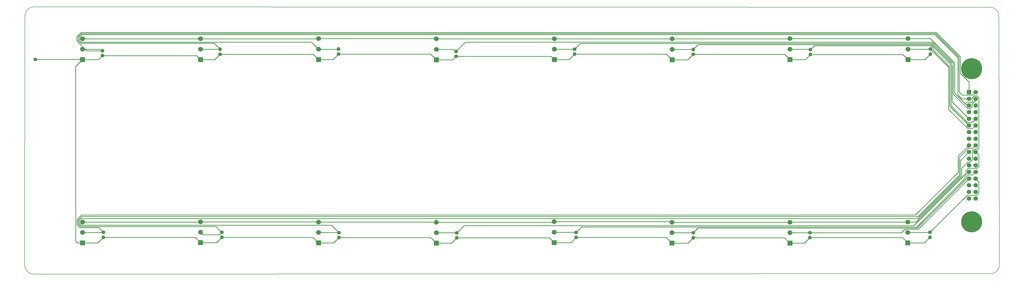
<source format=gbr>
%TF.GenerationSoftware,KiCad,Pcbnew,(6.0.9)*%
%TF.CreationDate,2022-12-09T14:18:12+01:00*%
%TF.ProjectId,seq,7365712e-6b69-4636-9164-5f7063625858,rev?*%
%TF.SameCoordinates,Original*%
%TF.FileFunction,Copper,L1,Top*%
%TF.FilePolarity,Positive*%
%FSLAX46Y46*%
G04 Gerber Fmt 4.6, Leading zero omitted, Abs format (unit mm)*
G04 Created by KiCad (PCBNEW (6.0.9)) date 2022-12-09 14:18:12*
%MOMM*%
%LPD*%
G01*
G04 APERTURE LIST*
G04 Aperture macros list*
%AMRoundRect*
0 Rectangle with rounded corners*
0 $1 Rounding radius*
0 $2 $3 $4 $5 $6 $7 $8 $9 X,Y pos of 4 corners*
0 Add a 4 corners polygon primitive as box body*
4,1,4,$2,$3,$4,$5,$6,$7,$8,$9,$2,$3,0*
0 Add four circle primitives for the rounded corners*
1,1,$1+$1,$2,$3*
1,1,$1+$1,$4,$5*
1,1,$1+$1,$6,$7*
1,1,$1+$1,$8,$9*
0 Add four rect primitives between the rounded corners*
20,1,$1+$1,$2,$3,$4,$5,0*
20,1,$1+$1,$4,$5,$6,$7,0*
20,1,$1+$1,$6,$7,$8,$9,0*
20,1,$1+$1,$8,$9,$2,$3,0*%
G04 Aperture macros list end*
%TA.AperFunction,NonConductor*%
%ADD10C,0.200000*%
%TD*%
%TA.AperFunction,ComponentPad*%
%ADD11C,1.400000*%
%TD*%
%TA.AperFunction,ComponentPad*%
%ADD12R,1.828800X1.828800*%
%TD*%
%TA.AperFunction,ComponentPad*%
%ADD13C,1.828800*%
%TD*%
%TA.AperFunction,ComponentPad*%
%ADD14O,1.400000X1.400000*%
%TD*%
%TA.AperFunction,ComponentPad*%
%ADD15RoundRect,0.250000X-0.600000X-0.600000X0.600000X-0.600000X0.600000X0.600000X-0.600000X0.600000X0*%
%TD*%
%TA.AperFunction,ComponentPad*%
%ADD16C,1.700000*%
%TD*%
%TA.AperFunction,ComponentPad*%
%ADD17C,8.000000*%
%TD*%
%TA.AperFunction,Conductor*%
%ADD18C,0.250000*%
%TD*%
G04 APERTURE END LIST*
D10*
X-20090000Y-136640000D02*
X-19980000Y-41400000D01*
X-20080127Y-136660000D02*
G75*
G03*
X-16510000Y-140200000I3540127J0D01*
G01*
X351740000Y-41600000D02*
X351940000Y-136670000D01*
X348470000Y-140080000D02*
X-16810000Y-140200000D01*
X-16552453Y-38140023D02*
G75*
G03*
X-19959999Y-41610000I32455J-3439979D01*
G01*
X351709937Y-41588517D02*
G75*
G03*
X348420000Y-38290000I-3269937J28517D01*
G01*
X348461756Y-140099989D02*
G75*
G03*
X351949999Y-136610000I-21756J3509989D01*
G01*
X-16470000Y-38100000D02*
X348390000Y-38280000D01*
D11*
%TO.P,3.3v1,1,Pin_1*%
%TO.N,+3.3V*%
X-16010000Y-58210000D03*
%TD*%
D12*
%TO.P,J5,1,1*%
%TO.N,+3.3V*%
X182060000Y-58290500D03*
D13*
%TO.P,J5,2,2*%
%TO.N,Net-(J17-Pad9)*%
X182060000Y-54290000D03*
%TO.P,J5,3,3*%
%TO.N,GND*%
X182060000Y-50289500D03*
%TD*%
D12*
%TO.P,J4,1,1*%
%TO.N,+3.3V*%
X137020000Y-58340500D03*
D13*
%TO.P,J4,2,2*%
%TO.N,Net-(J17-Pad4)*%
X137020000Y-54340000D03*
%TO.P,J4,3,3*%
%TO.N,GND*%
X137020000Y-50339500D03*
%TD*%
D12*
%TO.P,J8,1,1*%
%TO.N,+3.3V*%
X317020000Y-58260500D03*
D13*
%TO.P,J8,2,2*%
%TO.N,Net-(J17-Pad12)*%
X317020000Y-54260000D03*
%TO.P,J8,3,3*%
%TO.N,GND*%
X317020000Y-50259500D03*
%TD*%
D12*
%TO.P,J14,1,1*%
%TO.N,+3.3V*%
X226990000Y-128400500D03*
D13*
%TO.P,J14,2,2*%
%TO.N,Net-(J14-Pad2)*%
X226990000Y-124400000D03*
%TO.P,J14,3,3*%
%TO.N,GND*%
X226990000Y-120399500D03*
%TD*%
D12*
%TO.P,J11,1,1*%
%TO.N,+3.3V*%
X92060000Y-128300500D03*
D13*
%TO.P,J11,2,2*%
%TO.N,Net-(J11-Pad2)*%
X92060000Y-124300000D03*
%TO.P,J11,3,3*%
%TO.N,GND*%
X92060000Y-120299500D03*
%TD*%
D11*
%TO.P,R16,1*%
%TO.N,Net-(J16-Pad2)*%
X325410000Y-124265000D03*
D14*
%TO.P,R16,2*%
%TO.N,+3.3V*%
X325410000Y-126165000D03*
%TD*%
D15*
%TO.P,J17,1,Pin_1*%
%TO.N,Net-(J1-Pad2)*%
X340297500Y-70680000D03*
D16*
%TO.P,J17,2,Pin_2*%
%TO.N,Net-(J17-Pad2)*%
X342837500Y-70680000D03*
%TO.P,J17,3,Pin_3*%
%TO.N,Net-(J17-Pad3)*%
X340297500Y-73220000D03*
%TO.P,J17,4,Pin_4*%
%TO.N,Net-(J17-Pad4)*%
X342837500Y-73220000D03*
%TO.P,J17,5,Pin_5*%
%TO.N,GND*%
X340297500Y-75760000D03*
%TO.P,J17,6,Pin_6*%
%TO.N,unconnected-(J17-Pad6)*%
X342837500Y-75760000D03*
%TO.P,J17,7,Pin_7*%
%TO.N,unconnected-(J17-Pad7)*%
X340297500Y-78300000D03*
%TO.P,J17,8,Pin_8*%
%TO.N,unconnected-(J17-Pad8)*%
X342837500Y-78300000D03*
%TO.P,J17,9,Pin_9*%
%TO.N,Net-(J17-Pad9)*%
X340297500Y-80840000D03*
%TO.P,J17,10,Pin_10*%
%TO.N,Net-(J17-Pad10)*%
X342837500Y-80840000D03*
%TO.P,J17,11,Pin_11*%
%TO.N,Net-(J17-Pad11)*%
X340297500Y-83380000D03*
%TO.P,J17,12,Pin_12*%
%TO.N,Net-(J17-Pad12)*%
X342837500Y-83380000D03*
%TO.P,J17,13,Pin_13*%
%TO.N,unconnected-(J17-Pad13)*%
X340297500Y-85920000D03*
%TO.P,J17,14,Pin_14*%
%TO.N,unconnected-(J17-Pad14)*%
X342837500Y-85920000D03*
%TO.P,J17,15,Pin_15*%
%TO.N,unconnected-(J17-Pad15)*%
X340297500Y-88460000D03*
%TO.P,J17,16,Pin_16*%
%TO.N,unconnected-(J17-Pad16)*%
X342837500Y-88460000D03*
%TO.P,J17,17,Pin_17*%
%TO.N,Net-(J17-Pad17)*%
X340297500Y-91000000D03*
%TO.P,J17,18,Pin_18*%
%TO.N,Net-(J10-Pad2)*%
X342837500Y-91000000D03*
%TO.P,J17,19,Pin_19*%
%TO.N,Net-(J11-Pad2)*%
X340297500Y-93540000D03*
%TO.P,J17,20,Pin_20*%
%TO.N,Net-(J12-Pad2)*%
X342837500Y-93540000D03*
%TO.P,J17,21,Pin_21*%
%TO.N,unconnected-(J17-Pad21)*%
X340297500Y-96080000D03*
%TO.P,J17,22,Pin_22*%
%TO.N,unconnected-(J17-Pad22)*%
X342837500Y-96080000D03*
%TO.P,J17,23,Pin_23*%
%TO.N,unconnected-(J17-Pad23)*%
X340297500Y-98620000D03*
%TO.P,J17,24,Pin_24*%
%TO.N,unconnected-(J17-Pad24)*%
X342837500Y-98620000D03*
%TO.P,J17,25,Pin_25*%
%TO.N,Net-(J13-Pad2)*%
X340297500Y-101160000D03*
%TO.P,J17,26,Pin_26*%
%TO.N,Net-(J14-Pad2)*%
X342837500Y-101160000D03*
%TO.P,J17,27,Pin_27*%
%TO.N,Net-(J15-Pad2)*%
X340297500Y-103700000D03*
%TO.P,J17,28,Pin_28*%
%TO.N,Net-(J16-Pad2)*%
X342837500Y-103700000D03*
%TO.P,J17,29,Pin_29*%
%TO.N,unconnected-(J17-Pad29)*%
X340297500Y-106240000D03*
%TO.P,J17,30,Pin_30*%
%TO.N,unconnected-(J17-Pad30)*%
X342837500Y-106240000D03*
%TO.P,J17,31,Pin_31*%
%TO.N,unconnected-(J17-Pad31)*%
X340297500Y-108780000D03*
%TO.P,J17,32,Pin_32*%
%TO.N,unconnected-(J17-Pad32)*%
X342837500Y-108780000D03*
%TO.P,J17,33,Pin_33*%
%TO.N,unconnected-(J17-Pad33)*%
X340297500Y-111320000D03*
%TO.P,J17,34,Pin_34*%
%TO.N,unconnected-(J17-Pad34)*%
X342837500Y-111320000D03*
D17*
%TO.P,J17,MP*%
%TO.N,N/C*%
X341317500Y-61740000D03*
X341317500Y-120260000D03*
%TD*%
D11*
%TO.P,R15,1*%
%TO.N,Net-(J15-Pad2)*%
X279630000Y-124395000D03*
D14*
%TO.P,R15,2*%
%TO.N,+3.3V*%
X279630000Y-126295000D03*
%TD*%
D11*
%TO.P,R11,1*%
%TO.N,Net-(J11-Pad2)*%
X99850000Y-124370000D03*
D14*
%TO.P,R11,2*%
%TO.N,+3.3V*%
X99850000Y-126270000D03*
%TD*%
D12*
%TO.P,J13,1,1*%
%TO.N,+3.3V*%
X182000000Y-128190500D03*
D13*
%TO.P,J13,2,2*%
%TO.N,Net-(J13-Pad2)*%
X182000000Y-124190000D03*
%TO.P,J13,3,3*%
%TO.N,GND*%
X182000000Y-120189500D03*
%TD*%
D11*
%TO.P,R6,1*%
%TO.N,+3.3V*%
X235100000Y-56240000D03*
D14*
%TO.P,R6,2*%
%TO.N,Net-(J17-Pad10)*%
X235100000Y-54340000D03*
%TD*%
D11*
%TO.P,R3,1*%
%TO.N,+3.3V*%
X99700000Y-56120000D03*
D14*
%TO.P,R3,2*%
%TO.N,Net-(J17-Pad3)*%
X99700000Y-54220000D03*
%TD*%
D12*
%TO.P,J9,1,1*%
%TO.N,+3.3V*%
X2010000Y-128300500D03*
D13*
%TO.P,J9,2,2*%
%TO.N,Net-(J17-Pad17)*%
X2010000Y-124300000D03*
%TO.P,J9,3,3*%
%TO.N,GND*%
X2010000Y-120299500D03*
%TD*%
D12*
%TO.P,J3,1,1*%
%TO.N,+3.3V*%
X92110000Y-58270500D03*
D13*
%TO.P,J3,2,2*%
%TO.N,Net-(J17-Pad3)*%
X92110000Y-54270000D03*
%TO.P,J3,3,3*%
%TO.N,GND*%
X92110000Y-50269500D03*
%TD*%
D12*
%TO.P,J10,1,1*%
%TO.N,+3.3V*%
X47000000Y-128240500D03*
D13*
%TO.P,J10,2,2*%
%TO.N,Net-(J10-Pad2)*%
X47000000Y-124240000D03*
%TO.P,J10,3,3*%
%TO.N,GND*%
X47000000Y-120239500D03*
%TD*%
D11*
%TO.P,R5,1*%
%TO.N,Net-(J17-Pad9)*%
X189830000Y-54260000D03*
D14*
%TO.P,R5,2*%
%TO.N,+3.3V*%
X189830000Y-56160000D03*
%TD*%
D11*
%TO.P,R9,1*%
%TO.N,Net-(J17-Pad17)*%
X9980000Y-124255000D03*
D14*
%TO.P,R9,2*%
%TO.N,+3.3V*%
X9980000Y-126155000D03*
%TD*%
D11*
%TO.P,R12,1*%
%TO.N,Net-(J12-Pad2)*%
X144850000Y-124470000D03*
D14*
%TO.P,R12,2*%
%TO.N,+3.3V*%
X144850000Y-126370000D03*
%TD*%
D12*
%TO.P,J7,1,1*%
%TO.N,+3.3V*%
X272000000Y-58270500D03*
D13*
%TO.P,J7,2,2*%
%TO.N,Net-(J17-Pad11)*%
X272000000Y-54270000D03*
%TO.P,J7,3,3*%
%TO.N,GND*%
X272000000Y-50269500D03*
%TD*%
D11*
%TO.P,R7,1*%
%TO.N,Net-(J17-Pad11)*%
X279830000Y-54470000D03*
D14*
%TO.P,R7,2*%
%TO.N,+3.3V*%
X279830000Y-56370000D03*
%TD*%
D11*
%TO.P,R1,1*%
%TO.N,+3.3V*%
X9590000Y-56750000D03*
D14*
%TO.P,R1,2*%
%TO.N,Net-(J1-Pad2)*%
X9590000Y-54850000D03*
%TD*%
D11*
%TO.P,R14,1*%
%TO.N,Net-(J14-Pad2)*%
X235080000Y-124435000D03*
D14*
%TO.P,R14,2*%
%TO.N,+3.3V*%
X235080000Y-126335000D03*
%TD*%
D12*
%TO.P,J6,1,1*%
%TO.N,+3.3V*%
X227010000Y-58360500D03*
D13*
%TO.P,J6,2,2*%
%TO.N,Net-(J17-Pad10)*%
X227010000Y-54360000D03*
%TO.P,J6,3,3*%
%TO.N,GND*%
X227010000Y-50359500D03*
%TD*%
D12*
%TO.P,J16,1,1*%
%TO.N,+3.3V*%
X317000000Y-128320500D03*
D13*
%TO.P,J16,2,2*%
%TO.N,Net-(J16-Pad2)*%
X317000000Y-124320000D03*
%TO.P,J16,3,3*%
%TO.N,GND*%
X317000000Y-120319500D03*
%TD*%
D11*
%TO.P,R13,1*%
%TO.N,Net-(J13-Pad2)*%
X190380000Y-124305000D03*
D14*
%TO.P,R13,2*%
%TO.N,+3.3V*%
X190380000Y-126205000D03*
%TD*%
D12*
%TO.P,J15,1,1*%
%TO.N,+3.3V*%
X271990000Y-128410500D03*
D13*
%TO.P,J15,2,2*%
%TO.N,Net-(J15-Pad2)*%
X271990000Y-124410000D03*
%TO.P,J15,3,3*%
%TO.N,GND*%
X271990000Y-120409500D03*
%TD*%
D12*
%TO.P,J1,1,1*%
%TO.N,+3.3V*%
X2020000Y-58310500D03*
D13*
%TO.P,J1,2,2*%
%TO.N,Net-(J1-Pad2)*%
X2020000Y-54310000D03*
%TO.P,J1,3,3*%
%TO.N,GND*%
X2020000Y-50309500D03*
%TD*%
D11*
%TO.P,R10,1*%
%TO.N,Net-(J10-Pad2)*%
X55190000Y-124265000D03*
D14*
%TO.P,R10,2*%
%TO.N,+3.3V*%
X55190000Y-126165000D03*
%TD*%
D11*
%TO.P,R2,1*%
%TO.N,+3.3V*%
X54520000Y-56230000D03*
D14*
%TO.P,R2,2*%
%TO.N,Net-(J17-Pad2)*%
X54520000Y-54330000D03*
%TD*%
D12*
%TO.P,J2,1,1*%
%TO.N,+3.3V*%
X47030000Y-58300500D03*
D13*
%TO.P,J2,2,2*%
%TO.N,Net-(J17-Pad2)*%
X47030000Y-54300000D03*
%TO.P,J2,3,3*%
%TO.N,GND*%
X47030000Y-50299500D03*
%TD*%
D11*
%TO.P,R8,1*%
%TO.N,Net-(J17-Pad12)*%
X325590000Y-54220000D03*
D14*
%TO.P,R8,2*%
%TO.N,+3.3V*%
X325590000Y-56120000D03*
%TD*%
D11*
%TO.P,R4,1*%
%TO.N,+3.3V*%
X144570000Y-57040000D03*
D14*
%TO.P,R4,2*%
%TO.N,Net-(J17-Pad4)*%
X144570000Y-55140000D03*
%TD*%
D12*
%TO.P,J12,1,1*%
%TO.N,+3.3V*%
X137050000Y-128410500D03*
D13*
%TO.P,J12,2,2*%
%TO.N,Net-(J12-Pad2)*%
X137050000Y-124410000D03*
%TO.P,J12,3,3*%
%TO.N,GND*%
X137050000Y-120409500D03*
%TD*%
D18*
%TO.N,GND*%
X340027500Y-75490000D02*
X340297500Y-75760000D01*
X339250000Y-75490000D02*
X340027500Y-75490000D01*
X339272500Y-74577500D02*
X338805000Y-75045000D01*
X341480000Y-74577500D02*
X339272500Y-74577500D01*
X334790499Y-71030499D02*
X338805000Y-75045000D01*
X338805000Y-75045000D02*
X339250000Y-75490000D01*
%TO.N,+3.3V*%
X-590000Y-127650000D02*
X60500Y-128300500D01*
X-590000Y-60920500D02*
X-590000Y-127650000D01*
X60500Y-128300500D02*
X2010000Y-128300500D01*
X2020000Y-58310500D02*
X-590000Y-60920500D01*
%TO.N,GND*%
X342351006Y-72045500D02*
X341480000Y-72916506D01*
X343324701Y-72045500D02*
X342351006Y-72045500D01*
X344012500Y-92297500D02*
X344012500Y-72733299D01*
X343945000Y-92365000D02*
X344012500Y-92297500D01*
X341480000Y-72916506D02*
X341480000Y-74577500D01*
X342335000Y-92365000D02*
X343945000Y-92365000D01*
X341662500Y-93037500D02*
X342335000Y-92365000D01*
X341662500Y-96376701D02*
X341662500Y-93037500D01*
X340599201Y-97440000D02*
X341662500Y-96376701D01*
X339815799Y-97440000D02*
X340599201Y-97440000D01*
%TO.N,Net-(J17-Pad4)*%
X341516189Y-75177001D02*
X342837500Y-73855690D01*
X340784201Y-76935000D02*
X341516189Y-76203012D01*
X339810799Y-76935000D02*
X340784201Y-76935000D01*
X326346140Y-51619501D02*
X334340998Y-59614359D01*
X148090499Y-51619501D02*
X326346140Y-51619501D01*
X144570000Y-55140000D02*
X148090499Y-51619501D01*
X334340998Y-59614359D02*
X334340998Y-71465199D01*
X334340998Y-71465199D02*
X339810799Y-76935000D01*
X342837500Y-73855690D02*
X342837500Y-73220000D01*
X341516189Y-76203012D02*
X341516189Y-75177001D01*
%TO.N,GND*%
X344012500Y-72733299D02*
X343324701Y-72045500D01*
%TO.N,Net-(J17-Pad17)*%
X336150000Y-95147500D02*
X340297500Y-91000000D01*
X336150000Y-101370000D02*
X336150000Y-95147500D01*
X319880000Y-117640000D02*
X336150000Y-101370000D01*
X-128901Y-119413538D02*
X1644637Y-117640000D01*
X1644637Y-117640000D02*
X319880000Y-117640000D01*
X1057902Y-122427902D02*
X-128901Y-121241099D01*
X-128901Y-121241099D02*
X-128901Y-119413538D01*
X8162902Y-122437902D02*
X1057902Y-122437902D01*
X1057902Y-122437902D02*
X1057902Y-122427902D01*
X9980000Y-124255000D02*
X8162902Y-122437902D01*
%TO.N,Net-(J10-Pad2)*%
X341662500Y-92175000D02*
X342837500Y-91000000D01*
X336600000Y-95575799D02*
X340000799Y-92175000D01*
X336600000Y-102470000D02*
X336600000Y-95575799D01*
X319350499Y-118190499D02*
X320879501Y-118190499D01*
%TO.N,Net-(J12-Pad2)*%
X344012500Y-94715000D02*
X342837500Y-93540000D01*
X343324201Y-99795000D02*
X344012500Y-99106701D01*
X340000799Y-99795000D02*
X343324201Y-99795000D01*
X339122500Y-100673299D02*
X340000799Y-99795000D01*
X337999002Y-102770199D02*
X339122500Y-101646701D01*
X337999002Y-102978068D02*
X337999002Y-102770199D01*
X319257070Y-121720000D02*
X337999002Y-102978068D01*
X144850000Y-124470000D02*
X147600000Y-121720000D01*
%TO.N,Net-(J10-Pad2)*%
X320879501Y-118190499D02*
X336600000Y-102470000D01*
%TO.N,GND*%
X337549501Y-102776189D02*
X337549501Y-99706298D01*
X337499002Y-102826688D02*
X337549501Y-102776189D01*
%TO.N,Net-(J12-Pad2)*%
X147600000Y-121720000D02*
X319257070Y-121720000D01*
%TO.N,GND*%
X337499002Y-102842378D02*
X337499002Y-102826688D01*
X317000000Y-120319500D02*
X320021880Y-120319500D01*
%TO.N,Net-(J10-Pad2)*%
X340000799Y-92175000D02*
X341662500Y-92175000D01*
%TO.N,Net-(J11-Pad2)*%
X337049501Y-96787999D02*
X340297500Y-93540000D01*
X337049501Y-102656189D02*
X337049501Y-96787999D01*
X321065690Y-118640000D02*
X337049501Y-102656189D01*
X320739900Y-118950100D02*
X321050000Y-118640000D01*
X1496623Y-121538900D02*
X770600Y-120812877D01*
X321050000Y-118640000D02*
X321065690Y-118640000D01*
X99850000Y-124370000D02*
X97018900Y-121538900D01*
X1606623Y-118950100D02*
X320739900Y-118950100D01*
%TO.N,GND*%
X337549501Y-99706298D02*
X339815799Y-97440000D01*
%TO.N,Net-(J10-Pad2)*%
X319350499Y-118190499D02*
X319740499Y-118190499D01*
%TO.N,Net-(J11-Pad2)*%
X770600Y-119786123D02*
X1606623Y-118950100D01*
X97018900Y-121538900D02*
X1496623Y-121538900D01*
%TO.N,Net-(J10-Pad2)*%
X1730534Y-118190499D02*
X319350499Y-118190499D01*
%TO.N,Net-(J12-Pad2)*%
X339122500Y-101646701D02*
X339122500Y-100673299D01*
X344012500Y-99106701D02*
X344012500Y-94715000D01*
%TO.N,GND*%
X320021880Y-120319500D02*
X337499002Y-102842378D01*
%TO.N,Net-(J11-Pad2)*%
X770600Y-120812877D02*
X770600Y-119786123D01*
%TO.N,Net-(J10-Pad2)*%
X321099Y-119599934D02*
X1730534Y-118190499D01*
X321099Y-120999066D02*
X321099Y-119599934D01*
X1310434Y-121988401D02*
X321099Y-120999066D01*
X1991599Y-121988401D02*
X1310434Y-121988401D01*
%TO.N,Net-(J13-Pad2)*%
X338672999Y-103847001D02*
X338672999Y-102784501D01*
X320350499Y-122169501D02*
X338672999Y-103847001D01*
X192515499Y-122169501D02*
X320350499Y-122169501D01*
X190380000Y-124305000D02*
X192515499Y-122169501D01*
%TO.N,Net-(J14-Pad2)*%
X341662500Y-102335000D02*
X342837500Y-101160000D01*
X340000799Y-102335000D02*
X341662500Y-102335000D01*
X320535690Y-122620000D02*
X339122500Y-104033190D01*
%TO.N,Net-(J13-Pad2)*%
X338672999Y-102784501D02*
X340297500Y-101160000D01*
%TO.N,Net-(J14-Pad2)*%
X339122500Y-104033190D02*
X339122500Y-103213299D01*
X236895000Y-122620000D02*
X320535690Y-122620000D01*
X339122500Y-103213299D02*
X340000799Y-102335000D01*
X235080000Y-124435000D02*
X236895000Y-122620000D01*
%TO.N,Net-(J1-Pad2)*%
X336992500Y-59948526D02*
X336992500Y-63531474D01*
X-230000Y-49533931D02*
X1483931Y-47820000D01*
X2520500Y-54849500D02*
X1880500Y-54209500D01*
X337038503Y-57188503D02*
X337038503Y-59902523D01*
X2020000Y-54310000D02*
X9050000Y-54310000D01*
X327670000Y-47820000D02*
X337038503Y-57188503D01*
X340297500Y-66836474D02*
X340297500Y-70680000D01*
X337038503Y-59902523D02*
X336992500Y-59948526D01*
X3534931Y-54850000D02*
X-230000Y-51085069D01*
X1483931Y-47820000D02*
X327670000Y-47820000D01*
X336992500Y-63531474D02*
X340297500Y-66836474D01*
X9590000Y-54850000D02*
X3534931Y-54850000D01*
X9050000Y-54310000D02*
X9590000Y-54850000D01*
X-230000Y-51085069D02*
X-230000Y-49533931D01*
%TO.N,GND*%
X334790499Y-59427464D02*
X334790499Y-71030499D01*
X317010000Y-50269500D02*
X317020000Y-50259500D01*
X136940000Y-120299500D02*
X137050000Y-120409500D01*
X181780000Y-120409500D02*
X182000000Y-120189500D01*
X182060000Y-50289500D02*
X226940000Y-50289500D01*
X92060000Y-120299500D02*
X136940000Y-120299500D01*
X47000000Y-120239500D02*
X92000000Y-120239500D01*
X47200500Y-50049500D02*
X47310000Y-49940000D01*
X272000000Y-50269500D02*
X317010000Y-50269500D01*
X2010000Y-120299500D02*
X46940000Y-120299500D01*
X47030000Y-50299500D02*
X92080000Y-50299500D01*
X47020000Y-50309500D02*
X47030000Y-50299500D01*
X226780000Y-120189500D02*
X226990000Y-120399500D01*
X227010000Y-50359500D02*
X271910000Y-50359500D01*
X182000000Y-120189500D02*
X226780000Y-120189500D01*
X136950000Y-50269500D02*
X137020000Y-50339500D01*
X137020000Y-50339500D02*
X182010000Y-50339500D01*
X182010000Y-50339500D02*
X182060000Y-50289500D01*
X92110000Y-50269500D02*
X136950000Y-50269500D01*
X272080000Y-120319500D02*
X271990000Y-120409500D01*
X92000000Y-120239500D02*
X92060000Y-120299500D01*
X46940000Y-120299500D02*
X47000000Y-120239500D01*
X92080000Y-50299500D02*
X92110000Y-50269500D01*
X137050000Y-120409500D02*
X181780000Y-120409500D01*
X325622535Y-50259500D02*
X334790499Y-59427464D01*
X2020000Y-50309500D02*
X47020000Y-50309500D01*
X271910000Y-50359500D02*
X272000000Y-50269500D01*
X226990000Y-120399500D02*
X271980000Y-120399500D01*
X317000000Y-120319500D02*
X272080000Y-120319500D01*
X226940000Y-50289500D02*
X227010000Y-50359500D01*
X317020000Y-50259500D02*
X325622535Y-50259500D01*
X271980000Y-120399500D02*
X271990000Y-120409500D01*
%TO.N,Net-(J17-Pad2)*%
X47030000Y-54300000D02*
X54490000Y-54300000D01*
X336542999Y-63717663D02*
X336589002Y-63763666D01*
X52188900Y-51998900D02*
X1320227Y-51998900D01*
X336589002Y-63763666D02*
X336589002Y-70689002D01*
X330600Y-49609727D02*
X1670327Y-48270000D01*
X54520000Y-54330000D02*
X52188900Y-51998900D01*
X336542999Y-57328689D02*
X336542999Y-63717663D01*
X54490000Y-54300000D02*
X54520000Y-54330000D01*
X330600Y-51009273D02*
X330600Y-49609727D01*
X337755000Y-71855000D02*
X341662500Y-71855000D01*
X341662500Y-71855000D02*
X342837500Y-70680000D01*
X336589002Y-70689002D02*
X337755000Y-71855000D01*
X1320227Y-51998900D02*
X330600Y-51009273D01*
X1670327Y-48270000D02*
X327484310Y-48270000D01*
X327484310Y-48270000D02*
X336542999Y-57328689D01*
%TO.N,Net-(J17-Pad3)*%
X89388900Y-51548900D02*
X1506623Y-51548900D01*
X1856723Y-48720000D02*
X327298620Y-48720000D01*
X99650000Y-54270000D02*
X99700000Y-54220000D01*
X336093498Y-57514878D02*
X336093498Y-71697808D01*
X327298620Y-48720000D02*
X336093498Y-57514878D01*
X1506623Y-51548900D02*
X780600Y-50822877D01*
X336093498Y-71697808D02*
X337615690Y-73220000D01*
X337615690Y-73220000D02*
X340297500Y-73220000D01*
X780600Y-50822877D02*
X780600Y-49796123D01*
X92110000Y-54270000D02*
X89388900Y-51548900D01*
X780600Y-49796123D02*
X1856723Y-48720000D01*
X92110000Y-54270000D02*
X99650000Y-54270000D01*
%TO.N,Net-(J17-Pad9)*%
X333890998Y-60582378D02*
X333620998Y-60312378D01*
X333890998Y-74433498D02*
X333890998Y-60582378D01*
X182060000Y-54290000D02*
X189800000Y-54290000D01*
X333620998Y-60312378D02*
X333620998Y-59530049D01*
X189800000Y-54290000D02*
X189830000Y-54260000D01*
X326159951Y-52069002D02*
X192020998Y-52069002D01*
X192020998Y-52069002D02*
X189830000Y-54260000D01*
X340297500Y-80840000D02*
X333890998Y-74433498D01*
X333620998Y-59530049D02*
X326159951Y-52069002D01*
%TO.N,Net-(J17-Pad10)*%
X341472500Y-82205000D02*
X342837500Y-80840000D01*
X339758896Y-82205000D02*
X341472500Y-82205000D01*
X235080000Y-54360000D02*
X235100000Y-54340000D01*
X325973762Y-52518503D02*
X333171497Y-59716238D01*
X333171497Y-59716238D02*
X333171497Y-60498567D01*
X333441497Y-75887601D02*
X339758896Y-82205000D01*
X236921497Y-52518503D02*
X325973762Y-52518503D01*
X227010000Y-54360000D02*
X235080000Y-54360000D01*
X235100000Y-54340000D02*
X236921497Y-52518503D01*
X333171497Y-60498567D02*
X333441497Y-60768567D01*
X333441497Y-60768567D02*
X333441497Y-75887601D01*
%TO.N,Net-(J17-Pad11)*%
X281328544Y-52971456D02*
X279830000Y-54470000D01*
X326615000Y-53795431D02*
X325791025Y-52971456D01*
X325791025Y-52971456D02*
X281328544Y-52971456D01*
X332991996Y-76074496D02*
X332991996Y-60954756D01*
X326615000Y-54577760D02*
X326615000Y-53795431D01*
X340297500Y-83380000D02*
X332991996Y-76074496D01*
X272000000Y-54270000D02*
X279630000Y-54270000D01*
X332991996Y-60954756D02*
X326615000Y-54577760D01*
X279630000Y-54270000D02*
X279830000Y-54470000D01*
%TO.N,Net-(J17-Pad12)*%
X332542495Y-77286696D02*
X339810799Y-84555000D01*
X325590000Y-54220000D02*
X332542495Y-61172495D01*
X339810799Y-84555000D02*
X341662500Y-84555000D01*
X317020000Y-54260000D02*
X325550000Y-54260000D01*
X332542495Y-61172495D02*
X332542495Y-77286696D01*
X325550000Y-54260000D02*
X325590000Y-54220000D01*
X341662500Y-84555000D02*
X342837500Y-83380000D01*
%TO.N,Net-(J17-Pad17)*%
X9935000Y-124300000D02*
X9980000Y-124255000D01*
X2010000Y-124300000D02*
X9935000Y-124300000D01*
%TO.N,Net-(J10-Pad2)*%
X1991599Y-121988401D02*
X1274091Y-121988401D01*
X1274091Y-121988401D02*
X866189Y-121580499D01*
X47000000Y-124240000D02*
X47914399Y-125154399D01*
X55190000Y-124265000D02*
X52913401Y-121988401D01*
X52913401Y-121988401D02*
X1991599Y-121988401D01*
X54300601Y-125154399D02*
X55190000Y-124265000D01*
X47914399Y-125154399D02*
X54300601Y-125154399D01*
%TO.N,Net-(J11-Pad2)*%
X99780000Y-124300000D02*
X99850000Y-124370000D01*
X92060000Y-124300000D02*
X99780000Y-124300000D01*
%TO.N,Net-(J12-Pad2)*%
X137050000Y-124410000D02*
X144790000Y-124410000D01*
X144790000Y-124410000D02*
X144850000Y-124470000D01*
%TO.N,Net-(J14-Pad2)*%
X235045000Y-124400000D02*
X235080000Y-124435000D01*
X226990000Y-124400000D02*
X235045000Y-124400000D01*
%TO.N,Net-(J15-Pad2)*%
X320916900Y-123080600D02*
X340297500Y-103700000D01*
X279900000Y-124410000D02*
X280250000Y-124060000D01*
X315846470Y-123080600D02*
X320916900Y-123080600D01*
X314532070Y-124395000D02*
X315846470Y-123080600D01*
X279630000Y-124395000D02*
X314532070Y-124395000D01*
X271990000Y-124410000D02*
X279900000Y-124410000D01*
%TO.N,Net-(J16-Pad2)*%
X317000000Y-124320000D02*
X325355000Y-124320000D01*
X339615000Y-110060000D02*
X343219201Y-110060000D01*
X344050000Y-109229201D02*
X344050000Y-104912500D01*
X325410000Y-124265000D02*
X339615000Y-110060000D01*
X325355000Y-124320000D02*
X325410000Y-124265000D01*
X343219201Y-110060000D02*
X344050000Y-109229201D01*
X344050000Y-104912500D02*
X342837500Y-103700000D01*
%TO.N,+3.3V*%
X97819500Y-128300500D02*
X99850000Y-126270000D01*
X52449500Y-58300500D02*
X54520000Y-56230000D01*
X317000000Y-128320500D02*
X323254500Y-128320500D01*
X143269500Y-58340500D02*
X144570000Y-57040000D01*
X142809500Y-128410500D02*
X144850000Y-126370000D01*
X44914500Y-126155000D02*
X47000000Y-128240500D01*
X55190000Y-126165000D02*
X89924500Y-126165000D01*
X9590000Y-56750000D02*
X45479500Y-56750000D01*
X54520000Y-56230000D02*
X90069500Y-56230000D01*
X187699500Y-58290500D02*
X189830000Y-56160000D01*
X89924500Y-126165000D02*
X92060000Y-128300500D01*
X317020000Y-58260500D02*
X323449500Y-58260500D01*
X323449500Y-58260500D02*
X325590000Y-56120000D01*
X47000000Y-128240500D02*
X53114500Y-128240500D01*
X224794500Y-126205000D02*
X226990000Y-128400500D01*
X53114500Y-128240500D02*
X55190000Y-126165000D01*
X269969500Y-56240000D02*
X272000000Y-58270500D01*
X47030000Y-58300500D02*
X52449500Y-58300500D01*
X144570000Y-57040000D02*
X180809500Y-57040000D01*
X134909500Y-126270000D02*
X137050000Y-128410500D01*
X224809500Y-56160000D02*
X227010000Y-58360500D01*
X1791000Y-58299500D02*
X1880500Y-58210000D01*
X279830000Y-56370000D02*
X315129500Y-56370000D01*
X189830000Y-56160000D02*
X224809500Y-56160000D01*
X232979500Y-58360500D02*
X235100000Y-56240000D01*
X45479500Y-56750000D02*
X47030000Y-58300500D01*
X99700000Y-56120000D02*
X134799500Y-56120000D01*
X9980000Y-126155000D02*
X44914500Y-126155000D01*
X90069500Y-56230000D02*
X92110000Y-58270500D01*
X233014500Y-128400500D02*
X235080000Y-126335000D01*
X269914500Y-126335000D02*
X271990000Y-128410500D01*
X180179500Y-126370000D02*
X182000000Y-128190500D01*
X227010000Y-58360500D02*
X232979500Y-58360500D01*
X180809500Y-57040000D02*
X182060000Y-58290500D01*
X323254500Y-128320500D02*
X325410000Y-126165000D01*
X314974500Y-126295000D02*
X317000000Y-128320500D01*
X279630000Y-126295000D02*
X314974500Y-126295000D01*
X271990000Y-128410500D02*
X277514500Y-128410500D01*
X235100000Y-56240000D02*
X269969500Y-56240000D01*
X97549500Y-58270500D02*
X99700000Y-56120000D01*
X1914500Y-58205000D02*
X2020000Y-58310500D01*
X182000000Y-128190500D02*
X188394500Y-128190500D01*
X99850000Y-126270000D02*
X134909500Y-126270000D01*
X190380000Y-126205000D02*
X224794500Y-126205000D01*
X188394500Y-128190500D02*
X190380000Y-126205000D01*
X235080000Y-126335000D02*
X269914500Y-126335000D01*
X8029500Y-58310500D02*
X9590000Y-56750000D01*
X137020000Y-58340500D02*
X143269500Y-58340500D01*
X182060000Y-58290500D02*
X187699500Y-58290500D01*
X7834500Y-128300500D02*
X9980000Y-126155000D01*
X2010000Y-128300500D02*
X7834500Y-128300500D01*
X-16560000Y-58205000D02*
X1914500Y-58205000D01*
X134799500Y-56120000D02*
X137020000Y-58340500D01*
X92110000Y-58270500D02*
X97549500Y-58270500D01*
X272000000Y-58270500D02*
X277929500Y-58270500D01*
X137050000Y-128410500D02*
X142809500Y-128410500D01*
X315129500Y-56370000D02*
X317020000Y-58260500D01*
X92060000Y-128300500D02*
X97819500Y-128300500D01*
X277929500Y-58270500D02*
X279830000Y-56370000D01*
X144850000Y-126370000D02*
X180179500Y-126370000D01*
X277514500Y-128410500D02*
X279630000Y-126295000D01*
X2020000Y-58310500D02*
X8029500Y-58310500D01*
X226990000Y-128400500D02*
X233014500Y-128400500D01*
%TO.N,Net-(J13-Pad2)*%
X190265000Y-124190000D02*
X190380000Y-124305000D01*
X182000000Y-124190000D02*
X190265000Y-124190000D01*
%TO.N,Net-(J17-Pad4)*%
X137020000Y-54340000D02*
X143770000Y-54340000D01*
X143770000Y-54340000D02*
X144570000Y-55140000D01*
%TD*%
M02*

</source>
